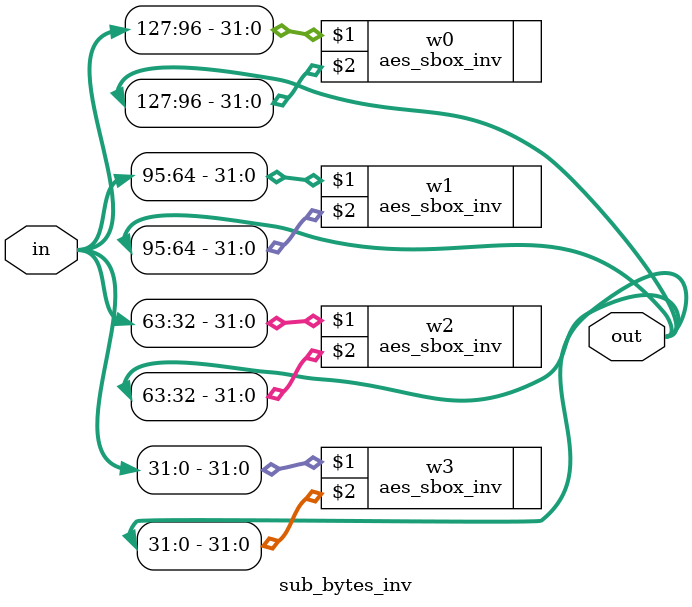
<source format=v>
module sub_bytes_inv (in, out);
input [127:0] in;
output wire [127:0] out;

aes_sbox_inv w0(in[127-:32], out[127-:32]);
aes_sbox_inv w1(in[95-:32], out[95-:32]);
aes_sbox_inv w2(in[63-:32], out[63-:32]);
aes_sbox_inv w3(in[31-:32], out[31-:32]);


endmodule
</source>
